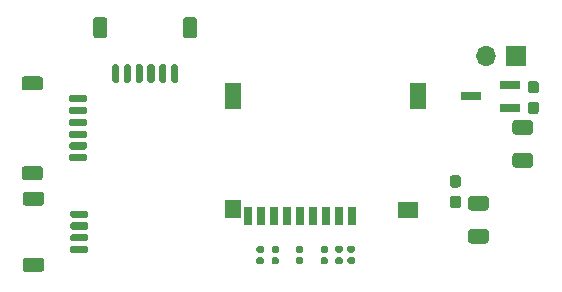
<source format=gbr>
%TF.GenerationSoftware,KiCad,Pcbnew,(5.1.6)-1*%
%TF.CreationDate,2020-09-08T22:29:01+07:00*%
%TF.ProjectId,Pixracer_clone,50697872-6163-4657-925f-636c6f6e652e,rev?*%
%TF.SameCoordinates,Original*%
%TF.FileFunction,Paste,Bot*%
%TF.FilePolarity,Positive*%
%FSLAX46Y46*%
G04 Gerber Fmt 4.6, Leading zero omitted, Abs format (unit mm)*
G04 Created by KiCad (PCBNEW (5.1.6)-1) date 2020-09-08 22:29:01*
%MOMM*%
%LPD*%
G01*
G04 APERTURE LIST*
%ADD10R,0.700000X1.600000*%
%ADD11R,1.400000X1.600000*%
%ADD12R,1.400000X2.200000*%
%ADD13R,1.800000X1.400000*%
%ADD14O,1.700000X1.700000*%
%ADD15R,1.700000X1.700000*%
%ADD16R,1.800000X0.800000*%
G04 APERTURE END LIST*
D10*
%TO.C,SDcard*%
X172320000Y-89380000D03*
X171220000Y-89380000D03*
X170120000Y-89380000D03*
X169020000Y-89380000D03*
X167920000Y-89380000D03*
X166820000Y-89380000D03*
X165720000Y-89380000D03*
X164620000Y-89380000D03*
X163520000Y-89380000D03*
D11*
X162220000Y-88780000D03*
D12*
X162220000Y-79280000D03*
D13*
X177020000Y-88880000D03*
D12*
X177920000Y-79280000D03*
%TD*%
%TO.C,SPI3*%
G36*
G01*
X145900001Y-78775000D02*
X144599999Y-78775000D01*
G75*
G02*
X144350000Y-78525001I0J249999D01*
G01*
X144350000Y-77824999D01*
G75*
G02*
X144599999Y-77575000I249999J0D01*
G01*
X145900001Y-77575000D01*
G75*
G02*
X146150000Y-77824999I0J-249999D01*
G01*
X146150000Y-78525001D01*
G75*
G02*
X145900001Y-78775000I-249999J0D01*
G01*
G37*
G36*
G01*
X145900001Y-86375000D02*
X144599999Y-86375000D01*
G75*
G02*
X144350000Y-86125001I0J249999D01*
G01*
X144350000Y-85424999D01*
G75*
G02*
X144599999Y-85175000I249999J0D01*
G01*
X145900001Y-85175000D01*
G75*
G02*
X146150000Y-85424999I0J-249999D01*
G01*
X146150000Y-86125001D01*
G75*
G02*
X145900001Y-86375000I-249999J0D01*
G01*
G37*
G36*
G01*
X149750000Y-79775000D02*
X148500000Y-79775000D01*
G75*
G02*
X148350000Y-79625000I0J150000D01*
G01*
X148350000Y-79325000D01*
G75*
G02*
X148500000Y-79175000I150000J0D01*
G01*
X149750000Y-79175000D01*
G75*
G02*
X149900000Y-79325000I0J-150000D01*
G01*
X149900000Y-79625000D01*
G75*
G02*
X149750000Y-79775000I-150000J0D01*
G01*
G37*
G36*
G01*
X149750000Y-80775000D02*
X148500000Y-80775000D01*
G75*
G02*
X148350000Y-80625000I0J150000D01*
G01*
X148350000Y-80325000D01*
G75*
G02*
X148500000Y-80175000I150000J0D01*
G01*
X149750000Y-80175000D01*
G75*
G02*
X149900000Y-80325000I0J-150000D01*
G01*
X149900000Y-80625000D01*
G75*
G02*
X149750000Y-80775000I-150000J0D01*
G01*
G37*
G36*
G01*
X149750000Y-81775000D02*
X148500000Y-81775000D01*
G75*
G02*
X148350000Y-81625000I0J150000D01*
G01*
X148350000Y-81325000D01*
G75*
G02*
X148500000Y-81175000I150000J0D01*
G01*
X149750000Y-81175000D01*
G75*
G02*
X149900000Y-81325000I0J-150000D01*
G01*
X149900000Y-81625000D01*
G75*
G02*
X149750000Y-81775000I-150000J0D01*
G01*
G37*
G36*
G01*
X149750000Y-82775000D02*
X148500000Y-82775000D01*
G75*
G02*
X148350000Y-82625000I0J150000D01*
G01*
X148350000Y-82325000D01*
G75*
G02*
X148500000Y-82175000I150000J0D01*
G01*
X149750000Y-82175000D01*
G75*
G02*
X149900000Y-82325000I0J-150000D01*
G01*
X149900000Y-82625000D01*
G75*
G02*
X149750000Y-82775000I-150000J0D01*
G01*
G37*
G36*
G01*
X149750000Y-83775000D02*
X148500000Y-83775000D01*
G75*
G02*
X148350000Y-83625000I0J150000D01*
G01*
X148350000Y-83325000D01*
G75*
G02*
X148500000Y-83175000I150000J0D01*
G01*
X149750000Y-83175000D01*
G75*
G02*
X149900000Y-83325000I0J-150000D01*
G01*
X149900000Y-83625000D01*
G75*
G02*
X149750000Y-83775000I-150000J0D01*
G01*
G37*
G36*
G01*
X149750000Y-84775000D02*
X148500000Y-84775000D01*
G75*
G02*
X148350000Y-84625000I0J150000D01*
G01*
X148350000Y-84325000D01*
G75*
G02*
X148500000Y-84175000I150000J0D01*
G01*
X149750000Y-84175000D01*
G75*
G02*
X149900000Y-84325000I0J-150000D01*
G01*
X149900000Y-84625000D01*
G75*
G02*
X149750000Y-84775000I-150000J0D01*
G01*
G37*
%TD*%
%TO.C,C39*%
G36*
G01*
X181312500Y-87000000D02*
X180837500Y-87000000D01*
G75*
G02*
X180600000Y-86762500I0J237500D01*
G01*
X180600000Y-86187500D01*
G75*
G02*
X180837500Y-85950000I237500J0D01*
G01*
X181312500Y-85950000D01*
G75*
G02*
X181550000Y-86187500I0J-237500D01*
G01*
X181550000Y-86762500D01*
G75*
G02*
X181312500Y-87000000I-237500J0D01*
G01*
G37*
G36*
G01*
X181312500Y-88750000D02*
X180837500Y-88750000D01*
G75*
G02*
X180600000Y-88512500I0J237500D01*
G01*
X180600000Y-87937500D01*
G75*
G02*
X180837500Y-87700000I237500J0D01*
G01*
X181312500Y-87700000D01*
G75*
G02*
X181550000Y-87937500I0J-237500D01*
G01*
X181550000Y-88512500D01*
G75*
G02*
X181312500Y-88750000I-237500J0D01*
G01*
G37*
%TD*%
%TO.C,UART1*%
G36*
G01*
X146000001Y-88550000D02*
X144699999Y-88550000D01*
G75*
G02*
X144450000Y-88300001I0J249999D01*
G01*
X144450000Y-87599999D01*
G75*
G02*
X144699999Y-87350000I249999J0D01*
G01*
X146000001Y-87350000D01*
G75*
G02*
X146250000Y-87599999I0J-249999D01*
G01*
X146250000Y-88300001D01*
G75*
G02*
X146000001Y-88550000I-249999J0D01*
G01*
G37*
G36*
G01*
X146000001Y-94150000D02*
X144699999Y-94150000D01*
G75*
G02*
X144450000Y-93900001I0J249999D01*
G01*
X144450000Y-93199999D01*
G75*
G02*
X144699999Y-92950000I249999J0D01*
G01*
X146000001Y-92950000D01*
G75*
G02*
X146250000Y-93199999I0J-249999D01*
G01*
X146250000Y-93900001D01*
G75*
G02*
X146000001Y-94150000I-249999J0D01*
G01*
G37*
G36*
G01*
X149850000Y-89550000D02*
X148600000Y-89550000D01*
G75*
G02*
X148450000Y-89400000I0J150000D01*
G01*
X148450000Y-89100000D01*
G75*
G02*
X148600000Y-88950000I150000J0D01*
G01*
X149850000Y-88950000D01*
G75*
G02*
X150000000Y-89100000I0J-150000D01*
G01*
X150000000Y-89400000D01*
G75*
G02*
X149850000Y-89550000I-150000J0D01*
G01*
G37*
G36*
G01*
X149850000Y-90550000D02*
X148600000Y-90550000D01*
G75*
G02*
X148450000Y-90400000I0J150000D01*
G01*
X148450000Y-90100000D01*
G75*
G02*
X148600000Y-89950000I150000J0D01*
G01*
X149850000Y-89950000D01*
G75*
G02*
X150000000Y-90100000I0J-150000D01*
G01*
X150000000Y-90400000D01*
G75*
G02*
X149850000Y-90550000I-150000J0D01*
G01*
G37*
G36*
G01*
X149850000Y-91550000D02*
X148600000Y-91550000D01*
G75*
G02*
X148450000Y-91400000I0J150000D01*
G01*
X148450000Y-91100000D01*
G75*
G02*
X148600000Y-90950000I150000J0D01*
G01*
X149850000Y-90950000D01*
G75*
G02*
X150000000Y-91100000I0J-150000D01*
G01*
X150000000Y-91400000D01*
G75*
G02*
X149850000Y-91550000I-150000J0D01*
G01*
G37*
G36*
G01*
X149850000Y-92550000D02*
X148600000Y-92550000D01*
G75*
G02*
X148450000Y-92400000I0J150000D01*
G01*
X148450000Y-92100000D01*
G75*
G02*
X148600000Y-91950000I150000J0D01*
G01*
X149850000Y-91950000D01*
G75*
G02*
X150000000Y-92100000I0J-150000D01*
G01*
X150000000Y-92400000D01*
G75*
G02*
X149850000Y-92550000I-150000J0D01*
G01*
G37*
%TD*%
D14*
%TO.C,Buzzer*%
X183635000Y-75825000D03*
D15*
X186175000Y-75825000D03*
%TD*%
%TO.C,Telemetry*%
G36*
G01*
X158000000Y-74125001D02*
X158000000Y-72824999D01*
G75*
G02*
X158249999Y-72575000I249999J0D01*
G01*
X158950001Y-72575000D01*
G75*
G02*
X159200000Y-72824999I0J-249999D01*
G01*
X159200000Y-74125001D01*
G75*
G02*
X158950001Y-74375000I-249999J0D01*
G01*
X158249999Y-74375000D01*
G75*
G02*
X158000000Y-74125001I0J249999D01*
G01*
G37*
G36*
G01*
X150400000Y-74125001D02*
X150400000Y-72824999D01*
G75*
G02*
X150649999Y-72575000I249999J0D01*
G01*
X151350001Y-72575000D01*
G75*
G02*
X151600000Y-72824999I0J-249999D01*
G01*
X151600000Y-74125001D01*
G75*
G02*
X151350001Y-74375000I-249999J0D01*
G01*
X150649999Y-74375000D01*
G75*
G02*
X150400000Y-74125001I0J249999D01*
G01*
G37*
G36*
G01*
X157000000Y-77975000D02*
X157000000Y-76725000D01*
G75*
G02*
X157150000Y-76575000I150000J0D01*
G01*
X157450000Y-76575000D01*
G75*
G02*
X157600000Y-76725000I0J-150000D01*
G01*
X157600000Y-77975000D01*
G75*
G02*
X157450000Y-78125000I-150000J0D01*
G01*
X157150000Y-78125000D01*
G75*
G02*
X157000000Y-77975000I0J150000D01*
G01*
G37*
G36*
G01*
X156000000Y-77975000D02*
X156000000Y-76725000D01*
G75*
G02*
X156150000Y-76575000I150000J0D01*
G01*
X156450000Y-76575000D01*
G75*
G02*
X156600000Y-76725000I0J-150000D01*
G01*
X156600000Y-77975000D01*
G75*
G02*
X156450000Y-78125000I-150000J0D01*
G01*
X156150000Y-78125000D01*
G75*
G02*
X156000000Y-77975000I0J150000D01*
G01*
G37*
G36*
G01*
X155000000Y-77975000D02*
X155000000Y-76725000D01*
G75*
G02*
X155150000Y-76575000I150000J0D01*
G01*
X155450000Y-76575000D01*
G75*
G02*
X155600000Y-76725000I0J-150000D01*
G01*
X155600000Y-77975000D01*
G75*
G02*
X155450000Y-78125000I-150000J0D01*
G01*
X155150000Y-78125000D01*
G75*
G02*
X155000000Y-77975000I0J150000D01*
G01*
G37*
G36*
G01*
X154000000Y-77975000D02*
X154000000Y-76725000D01*
G75*
G02*
X154150000Y-76575000I150000J0D01*
G01*
X154450000Y-76575000D01*
G75*
G02*
X154600000Y-76725000I0J-150000D01*
G01*
X154600000Y-77975000D01*
G75*
G02*
X154450000Y-78125000I-150000J0D01*
G01*
X154150000Y-78125000D01*
G75*
G02*
X154000000Y-77975000I0J150000D01*
G01*
G37*
G36*
G01*
X153000000Y-77975000D02*
X153000000Y-76725000D01*
G75*
G02*
X153150000Y-76575000I150000J0D01*
G01*
X153450000Y-76575000D01*
G75*
G02*
X153600000Y-76725000I0J-150000D01*
G01*
X153600000Y-77975000D01*
G75*
G02*
X153450000Y-78125000I-150000J0D01*
G01*
X153150000Y-78125000D01*
G75*
G02*
X153000000Y-77975000I0J150000D01*
G01*
G37*
G36*
G01*
X152000000Y-77975000D02*
X152000000Y-76725000D01*
G75*
G02*
X152150000Y-76575000I150000J0D01*
G01*
X152450000Y-76575000D01*
G75*
G02*
X152600000Y-76725000I0J-150000D01*
G01*
X152600000Y-77975000D01*
G75*
G02*
X152450000Y-78125000I-150000J0D01*
G01*
X152150000Y-78125000D01*
G75*
G02*
X152000000Y-77975000I0J150000D01*
G01*
G37*
%TD*%
%TO.C,R17*%
G36*
G01*
X172422500Y-92510000D02*
X172077500Y-92510000D01*
G75*
G02*
X171930000Y-92362500I0J147500D01*
G01*
X171930000Y-92067500D01*
G75*
G02*
X172077500Y-91920000I147500J0D01*
G01*
X172422500Y-91920000D01*
G75*
G02*
X172570000Y-92067500I0J-147500D01*
G01*
X172570000Y-92362500D01*
G75*
G02*
X172422500Y-92510000I-147500J0D01*
G01*
G37*
G36*
G01*
X172422500Y-93480000D02*
X172077500Y-93480000D01*
G75*
G02*
X171930000Y-93332500I0J147500D01*
G01*
X171930000Y-93037500D01*
G75*
G02*
X172077500Y-92890000I147500J0D01*
G01*
X172422500Y-92890000D01*
G75*
G02*
X172570000Y-93037500I0J-147500D01*
G01*
X172570000Y-93332500D01*
G75*
G02*
X172422500Y-93480000I-147500J0D01*
G01*
G37*
%TD*%
%TO.C,R15*%
G36*
G01*
X171397500Y-92510000D02*
X171052500Y-92510000D01*
G75*
G02*
X170905000Y-92362500I0J147500D01*
G01*
X170905000Y-92067500D01*
G75*
G02*
X171052500Y-91920000I147500J0D01*
G01*
X171397500Y-91920000D01*
G75*
G02*
X171545000Y-92067500I0J-147500D01*
G01*
X171545000Y-92362500D01*
G75*
G02*
X171397500Y-92510000I-147500J0D01*
G01*
G37*
G36*
G01*
X171397500Y-93480000D02*
X171052500Y-93480000D01*
G75*
G02*
X170905000Y-93332500I0J147500D01*
G01*
X170905000Y-93037500D01*
G75*
G02*
X171052500Y-92890000I147500J0D01*
G01*
X171397500Y-92890000D01*
G75*
G02*
X171545000Y-93037500I0J-147500D01*
G01*
X171545000Y-93332500D01*
G75*
G02*
X171397500Y-93480000I-147500J0D01*
G01*
G37*
%TD*%
%TO.C,R14*%
G36*
G01*
X170147500Y-92535000D02*
X169802500Y-92535000D01*
G75*
G02*
X169655000Y-92387500I0J147500D01*
G01*
X169655000Y-92092500D01*
G75*
G02*
X169802500Y-91945000I147500J0D01*
G01*
X170147500Y-91945000D01*
G75*
G02*
X170295000Y-92092500I0J-147500D01*
G01*
X170295000Y-92387500D01*
G75*
G02*
X170147500Y-92535000I-147500J0D01*
G01*
G37*
G36*
G01*
X170147500Y-93505000D02*
X169802500Y-93505000D01*
G75*
G02*
X169655000Y-93357500I0J147500D01*
G01*
X169655000Y-93062500D01*
G75*
G02*
X169802500Y-92915000I147500J0D01*
G01*
X170147500Y-92915000D01*
G75*
G02*
X170295000Y-93062500I0J-147500D01*
G01*
X170295000Y-93357500D01*
G75*
G02*
X170147500Y-93505000I-147500J0D01*
G01*
G37*
%TD*%
%TO.C,R13*%
G36*
G01*
X168047500Y-92535000D02*
X167702500Y-92535000D01*
G75*
G02*
X167555000Y-92387500I0J147500D01*
G01*
X167555000Y-92092500D01*
G75*
G02*
X167702500Y-91945000I147500J0D01*
G01*
X168047500Y-91945000D01*
G75*
G02*
X168195000Y-92092500I0J-147500D01*
G01*
X168195000Y-92387500D01*
G75*
G02*
X168047500Y-92535000I-147500J0D01*
G01*
G37*
G36*
G01*
X168047500Y-93505000D02*
X167702500Y-93505000D01*
G75*
G02*
X167555000Y-93357500I0J147500D01*
G01*
X167555000Y-93062500D01*
G75*
G02*
X167702500Y-92915000I147500J0D01*
G01*
X168047500Y-92915000D01*
G75*
G02*
X168195000Y-93062500I0J-147500D01*
G01*
X168195000Y-93357500D01*
G75*
G02*
X168047500Y-93505000I-147500J0D01*
G01*
G37*
%TD*%
%TO.C,R12*%
G36*
G01*
X164722500Y-92535000D02*
X164377500Y-92535000D01*
G75*
G02*
X164230000Y-92387500I0J147500D01*
G01*
X164230000Y-92092500D01*
G75*
G02*
X164377500Y-91945000I147500J0D01*
G01*
X164722500Y-91945000D01*
G75*
G02*
X164870000Y-92092500I0J-147500D01*
G01*
X164870000Y-92387500D01*
G75*
G02*
X164722500Y-92535000I-147500J0D01*
G01*
G37*
G36*
G01*
X164722500Y-93505000D02*
X164377500Y-93505000D01*
G75*
G02*
X164230000Y-93357500I0J147500D01*
G01*
X164230000Y-93062500D01*
G75*
G02*
X164377500Y-92915000I147500J0D01*
G01*
X164722500Y-92915000D01*
G75*
G02*
X164870000Y-93062500I0J-147500D01*
G01*
X164870000Y-93357500D01*
G75*
G02*
X164722500Y-93505000I-147500J0D01*
G01*
G37*
%TD*%
%TO.C,R11*%
G36*
G01*
X165997500Y-92535000D02*
X165652500Y-92535000D01*
G75*
G02*
X165505000Y-92387500I0J147500D01*
G01*
X165505000Y-92092500D01*
G75*
G02*
X165652500Y-91945000I147500J0D01*
G01*
X165997500Y-91945000D01*
G75*
G02*
X166145000Y-92092500I0J-147500D01*
G01*
X166145000Y-92387500D01*
G75*
G02*
X165997500Y-92535000I-147500J0D01*
G01*
G37*
G36*
G01*
X165997500Y-93505000D02*
X165652500Y-93505000D01*
G75*
G02*
X165505000Y-93357500I0J147500D01*
G01*
X165505000Y-93062500D01*
G75*
G02*
X165652500Y-92915000I147500J0D01*
G01*
X165997500Y-92915000D01*
G75*
G02*
X166145000Y-93062500I0J-147500D01*
G01*
X166145000Y-93357500D01*
G75*
G02*
X165997500Y-93505000I-147500J0D01*
G01*
G37*
%TD*%
%TO.C,R2*%
G36*
G01*
X187912500Y-79025000D02*
X187437500Y-79025000D01*
G75*
G02*
X187200000Y-78787500I0J237500D01*
G01*
X187200000Y-78212500D01*
G75*
G02*
X187437500Y-77975000I237500J0D01*
G01*
X187912500Y-77975000D01*
G75*
G02*
X188150000Y-78212500I0J-237500D01*
G01*
X188150000Y-78787500D01*
G75*
G02*
X187912500Y-79025000I-237500J0D01*
G01*
G37*
G36*
G01*
X187912500Y-80775000D02*
X187437500Y-80775000D01*
G75*
G02*
X187200000Y-80537500I0J237500D01*
G01*
X187200000Y-79962500D01*
G75*
G02*
X187437500Y-79725000I237500J0D01*
G01*
X187912500Y-79725000D01*
G75*
G02*
X188150000Y-79962500I0J-237500D01*
G01*
X188150000Y-80537500D01*
G75*
G02*
X187912500Y-80775000I-237500J0D01*
G01*
G37*
%TD*%
D16*
%TO.C,Q1*%
X182375000Y-79275000D03*
X185675000Y-80225000D03*
X185675000Y-78325000D03*
%TD*%
%TO.C,D2*%
G36*
G01*
X182400000Y-90500000D02*
X183650000Y-90500000D01*
G75*
G02*
X183900000Y-90750000I0J-250000D01*
G01*
X183900000Y-91500000D01*
G75*
G02*
X183650000Y-91750000I-250000J0D01*
G01*
X182400000Y-91750000D01*
G75*
G02*
X182150000Y-91500000I0J250000D01*
G01*
X182150000Y-90750000D01*
G75*
G02*
X182400000Y-90500000I250000J0D01*
G01*
G37*
G36*
G01*
X182400000Y-87700000D02*
X183650000Y-87700000D01*
G75*
G02*
X183900000Y-87950000I0J-250000D01*
G01*
X183900000Y-88700000D01*
G75*
G02*
X183650000Y-88950000I-250000J0D01*
G01*
X182400000Y-88950000D01*
G75*
G02*
X182150000Y-88700000I0J250000D01*
G01*
X182150000Y-87950000D01*
G75*
G02*
X182400000Y-87700000I250000J0D01*
G01*
G37*
%TD*%
%TO.C,D1*%
G36*
G01*
X186150000Y-84075000D02*
X187400000Y-84075000D01*
G75*
G02*
X187650000Y-84325000I0J-250000D01*
G01*
X187650000Y-85075000D01*
G75*
G02*
X187400000Y-85325000I-250000J0D01*
G01*
X186150000Y-85325000D01*
G75*
G02*
X185900000Y-85075000I0J250000D01*
G01*
X185900000Y-84325000D01*
G75*
G02*
X186150000Y-84075000I250000J0D01*
G01*
G37*
G36*
G01*
X186150000Y-81275000D02*
X187400000Y-81275000D01*
G75*
G02*
X187650000Y-81525000I0J-250000D01*
G01*
X187650000Y-82275000D01*
G75*
G02*
X187400000Y-82525000I-250000J0D01*
G01*
X186150000Y-82525000D01*
G75*
G02*
X185900000Y-82275000I0J250000D01*
G01*
X185900000Y-81525000D01*
G75*
G02*
X186150000Y-81275000I250000J0D01*
G01*
G37*
%TD*%
M02*

</source>
